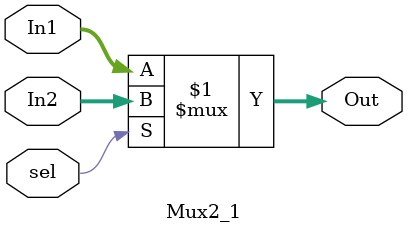
<source format=v>
module Mux2_1(input [31:0]In1,
            input [31:0]In2,
            input sel,
            output [31:0]Out);
    assign Out = sel ? In2 : In1;
endmodule
</source>
